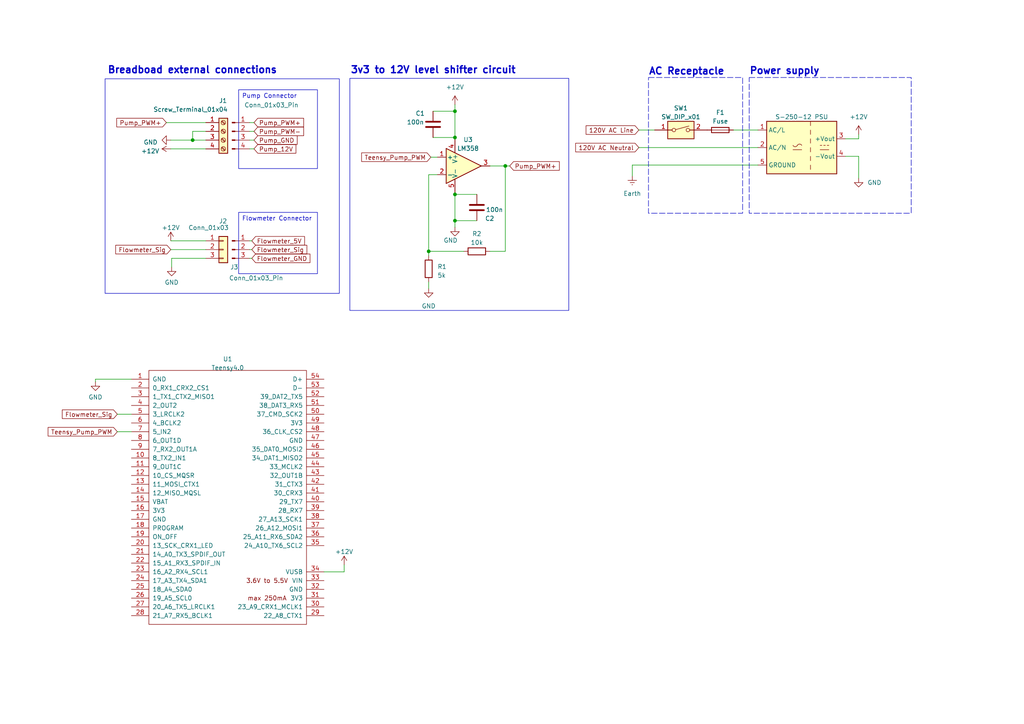
<source format=kicad_sch>
(kicad_sch (version 20230121) (generator eeschema)
  (paper "A4")
  (lib_symbols
    (symbol "Connector:Conn_01x03_Pin" (pin_names (offset 1.016) hide)
      (property "Reference" "J" (at 0 5.08 0))
      (property "Value" "Conn_01x03_Pin" (at 0 -5.08 0))
      (symbol "Conn_01x03_Pin_1_1"
        (polyline (pts (xy 1.27 -2.54) (xy 0.8636 -2.54)) (stroke (width 0.1524)))
        (polyline (pts (xy 1.27 0) (xy 0.8636 0)) (stroke (width 0.1524)))
        (polyline (pts (xy 1.27 2.54) (xy 0.8636 2.54)) (stroke (width 0.1524)))
        (rectangle (start 0.8636 -2.413) (end 0 -2.667) (stroke (width 0.1524)) (fill (type outline)))
        (rectangle (start 0.8636 0.127) (end 0 -0.127) (stroke (width 0.1524)) (fill (type outline)))
        (rectangle (start 0.8636 2.667) (end 0 2.413) (stroke (width 0.1524)) (fill (type outline)))
        (pin passive line (at 5.08 2.54 180) (length 3.81) (name "Pin_1") (number "1"))
        (pin passive line (at 5.08 0 180) (length 3.81) (name "Pin_2") (number "2"))
        (pin passive line (at 5.08 -2.54 180) (length 3.81) (name "Pin_3") (number "3"))
      )
    )
    (symbol "Connector:Conn_01x04_Pin" (pin_names (offset 1.016) hide)
      (property "Reference" "J" (at 0 5.08 0))
      (property "Value" "Conn_01x04_Pin" (at 0 -7.62 0))
      (symbol "Conn_01x04_Pin_1_1"
        (polyline (pts (xy 1.27 -5.08) (xy 0.8636 -5.08)) (stroke (width 0.1524)))
        (polyline (pts (xy 1.27 -2.54) (xy 0.8636 -2.54)) (stroke (width 0.1524)))
        (polyline (pts (xy 1.27 0) (xy 0.8636 0)) (stroke (width 0.1524)))
        (polyline (pts (xy 1.27 2.54) (xy 0.8636 2.54)) (stroke (width 0.1524)))
        (rectangle (start 0.8636 -4.953) (end 0 -5.207) (stroke (width 0.1524)) (fill (type outline)))
        (rectangle (start 0.8636 -2.413) (end 0 -2.667) (stroke (width 0.1524)) (fill (type outline)))
        (rectangle (start 0.8636 0.127) (end 0 -0.127) (stroke (width 0.1524)) (fill (type outline)))
        (rectangle (start 0.8636 2.667) (end 0 2.413) (stroke (width 0.1524)) (fill (type outline)))
        (pin passive line (at 5.08 2.54 180) (length 3.81) (name "Pin_1") (number "1"))
        (pin passive line (at 5.08 0 180) (length 3.81) (name "Pin_2") (number "2"))
        (pin passive line (at 5.08 -2.54 180) (length 3.81) (name "Pin_3") (number "3"))
        (pin passive line (at 5.08 -5.08 180) (length 3.81) (name "Pin_4") (number "4"))
      )
    )
    (symbol "Connector:Screw_Terminal_01x04" (pin_names (offset 1.016) hide)
      (property "Reference" "J" (at 0 5.08 0))
      (property "Value" "Screw_Terminal_01x04" (at 0 -7.62 0))
      (symbol "Screw_Terminal_01x04_1_1"
        (rectangle (start -1.27 3.81) (end 1.27 -6.35) (stroke (width 0.254)) (fill (type background)))
        (circle (center 0 -5.08) (radius 0.635) (stroke (width 0.1524)))
        (circle (center 0 -2.54) (radius 0.635) (stroke (width 0.1524)))
        (polyline (pts (xy -0.5334 -4.7498) (xy 0.3302 -5.588)) (stroke (width 0.1524)))
        (polyline (pts (xy -0.5334 -2.2098) (xy 0.3302 -3.048)) (stroke (width 0.1524)))
        (polyline (pts (xy -0.5334 0.3302) (xy 0.3302 -0.508)) (stroke (width 0.1524)))
        (polyline (pts (xy -0.5334 2.8702) (xy 0.3302 2.032)) (stroke (width 0.1524)))
        (polyline (pts (xy -0.3556 -4.572) (xy 0.508 -5.4102)) (stroke (width 0.1524)))
        (polyline (pts (xy -0.3556 -2.032) (xy 0.508 -2.8702)) (stroke (width 0.1524)))
        (polyline (pts (xy -0.3556 0.508) (xy 0.508 -0.3302)) (stroke (width 0.1524)))
        (polyline (pts (xy -0.3556 3.048) (xy 0.508 2.2098)) (stroke (width 0.1524)))
        (circle (center 0 0) (radius 0.635) (stroke (width 0.1524)))
        (circle (center 0 2.54) (radius 0.635) (stroke (width 0.1524)))
        (pin passive line (at -5.08 2.54 0) (length 3.81) (name "Pin_1") (number "1"))
        (pin passive line (at -5.08 0 0) (length 3.81) (name "Pin_2") (number "2"))
        (pin passive line (at -5.08 -2.54 0) (length 3.81) (name "Pin_3") (number "3"))
        (pin passive line (at -5.08 -5.08 0) (length 3.81) (name "Pin_4") (number "4"))
      )
    )
    (symbol "Connector_Generic:Conn_01x03" (pin_names (offset 1.016) hide)
      (property "Reference" "J" (at 0 5.08 0))
      (property "Value" "Conn_01x03" (at 0 -5.08 0))
      (symbol "Conn_01x03_1_1"
        (rectangle (start -1.27 -2.413) (end 0 -2.667) (stroke (width 0.1524)))
        (rectangle (start -1.27 0.127) (end 0 -0.127) (stroke (width 0.1524)))
        (rectangle (start -1.27 2.667) (end 0 2.413) (stroke (width 0.1524)))
        (rectangle (start -1.27 3.81) (end 1.27 -3.81) (stroke (width 0.254)) (fill (type background)))
        (pin passive line (at -5.08 2.54 0) (length 3.81) (name "Pin_1") (number "1"))
        (pin passive line (at -5.08 0 0) (length 3.81) (name "Pin_2") (number "2"))
        (pin passive line (at -5.08 -2.54 0) (length 3.81) (name "Pin_3") (number "3"))
      )
    )
    (symbol "Converter_ACDC:IRM-60-12"
      (property "Value" "Meanwell " (at 0 9.525 0))
      (symbol "IRM-60-12_1_1"
        (rectangle (start -12.7 7.62) (end 7.62 -7.62) (stroke (width 0.254)) (fill (type background)))
        (arc (start -5.08 0.635) (mid -4.445 0.2495) (end -3.81 0.635))
        (arc (start -2.54 0.635) (mid -3.175 1.0072) (end -3.81 0.635))
        (polyline (pts (xy -5.08 -0.635) (xy -2.54 -0.635)))
        (polyline (pts (xy 0 -5.08) (xy 0 -6.35)))
        (polyline (pts (xy 0 -2.54) (xy 0 -3.81)))
        (polyline (pts (xy 0 0) (xy 0 -1.27)))
        (polyline (pts (xy 0 2.54) (xy 0 1.27)))
        (polyline (pts (xy 0 5.08) (xy 0 3.81)))
        (polyline (pts (xy 0 7.62) (xy 0 6.35)))
        (polyline (pts (xy 2.794 -0.635) (xy 5.334 -0.635)))
        (polyline (pts (xy 2.794 0.635) (xy 3.302 0.635)))
        (polyline (pts (xy 3.81 0.635) (xy 4.318 0.635)))
        (polyline (pts (xy 4.826 0.635) (xy 5.334 0.635)))
        (pin power_in line (at -15.24 5.08 0) (length 2.54) (name "AC/L") (number "1"))
        (pin power_in line (at -15.24 0 0) (length 2.54) (name "AC/N") (number "2"))
        (pin power_out line (at 10.16 2.54 180) (length 2.54) (name "+Vout") (number "3"))
        (pin power_out line (at 10.16 -2.54 180) (length 2.54) (name "-Vout") (number "4"))
        (pin power_in line (at -15.24 -5.08 0) (length 2.54) (name "GROUND") (number "5"))
      )
    )
    (symbol "Device:C" (pin_numbers hide) (pin_names (offset 0.254))
      (property "Reference" "C" (at 0.635 2.54 0))
      (property "Value" "C" (at 0.635 -2.54 0))
      (symbol "C_0_1"
        (polyline (pts (xy -2.032 -0.762) (xy 2.032 -0.762)) (stroke (width 0.508)))
        (polyline (pts (xy -2.032 0.762) (xy 2.032 0.762)) (stroke (width 0.508)))
      )
      (symbol "C_1_1"
        (pin passive line (at 0 3.81 270) (length 2.794) (name "~") (number "1"))
        (pin passive line (at 0 -3.81 90) (length 2.794) (name "~") (number "2"))
      )
    )
    (symbol "Device:Fuse" (pin_numbers hide) (pin_names (offset 0))
      (property "Reference" "F" (at 2.032 0 90))
      (property "Value" "Fuse" (at -1.905 0 90))
      (symbol "Fuse_0_1"
        (rectangle (start -0.762 -2.54) (end 0.762 2.54) (stroke (width 0.254)))
        (polyline (pts (xy 0 2.54) (xy 0 -2.54)))
      )
      (symbol "Fuse_1_1"
        (pin passive line (at 0 3.81 270) (length 1.27) (name "~") (number "1"))
        (pin passive line (at 0 -3.81 90) (length 1.27) (name "~") (number "2"))
      )
    )
    (symbol "Device:R" (pin_numbers hide) (pin_names (offset 0))
      (property "Reference" "R" (at 2.032 0 90))
      (property "Value" "R" (at 0 0 90))
      (symbol "R_0_1"
        (rectangle (start -1.016 -2.54) (end 1.016 2.54) (stroke (width 0.254)))
      )
      (symbol "R_1_1"
        (pin passive line (at 0 3.81 270) (length 1.27) (name "~") (number "1"))
        (pin passive line (at 0 -3.81 90) (length 1.27) (name "~") (number "2"))
      )
    )
    (symbol "Simulation_SPICE:OPAMP" (pin_names (offset 0.254))
      (property "Reference" "U" (at 3.81 3.175 0))
      (property "Value" "${SIM.PARAMS}" (at 3.81 -3.175 0))
      (symbol "OPAMP_0_1"
        (polyline (pts (xy 5.08 0) (xy -5.08 5.08) (xy -5.08 -5.08) (xy 5.08 0)) (stroke (width 0.254)) (fill (type background)))
      )
      (symbol "OPAMP_1_1"
        (pin input line (at -7.62 2.54 0) (length 2.54) (name "+") (number "1"))
        (pin input line (at -7.62 -2.54 0) (length 2.54) (name "-") (number "2"))
        (pin output line (at 7.62 0 180) (length 2.54) (name "~") (number "3"))
        (pin power_in line (at -2.54 7.62 270) (length 3.81) (name "V+") (number "4"))
        (pin power_in line (at -2.54 -7.62 90) (length 3.81) (name "V-") (number "5"))
      )
    )
    (symbol "Switch:SW_DIP_x01" (pin_names (offset 0) hide)
      (property "Reference" "SW" (at 0 3.81 0))
      (property "Value" "SW_DIP_x01" (at 0 -3.81 0))
      (symbol "SW_DIP_x01_0_0"
        (circle (center -2.032 0) (radius 0.508))
        (polyline (pts (xy -1.524 0.127) (xy 2.3622 1.1684)))
        (circle (center 2.032 0) (radius 0.508))
      )
      (symbol "SW_DIP_x01_0_1"
        (rectangle (start -3.81 2.54) (end 3.81 -2.54) (stroke (width 0.254)) (fill (type background)))
      )
      (symbol "SW_DIP_x01_1_1"
        (pin passive line (at -7.62 0 0) (length 5.08) (name "~") (number "1"))
        (pin passive line (at 7.62 0 180) (length 5.08) (name "~") (number "2"))
      )
    )
    (symbol "power:+12V" (power) (pin_names (offset 0))
      (property "Value" "+12V" (at 0 3.556 0))
      (symbol "+12V_0_1"
        (polyline (pts (xy -0.762 1.27) (xy 0 2.54)))
        (polyline (pts (xy 0 0) (xy 0 2.54)))
        (polyline (pts (xy 0 2.54) (xy 0.762 1.27)))
      )
      (symbol "+12V_1_1"
        (pin power_in line (at 0 0 90) (length 0) hide (name "+12V") (number "1"))
      )
    )
    (symbol "power:Earth" (power) (pin_names (offset 0))
      (symbol "Earth_0_1"
        (polyline (pts (xy -0.635 -1.905) (xy 0.635 -1.905)))
        (polyline (pts (xy -0.127 -2.54) (xy 0.127 -2.54)))
        (polyline (pts (xy 0 -1.27) (xy 0 0)))
        (polyline (pts (xy 1.27 -1.27) (xy -1.27 -1.27)))
      )
      (symbol "Earth_1_1"
        (pin power_in line (at 0 0 270) (length 0) hide (name "Earth") (number "1"))
      )
    )
    (symbol "power:GND" (power) (pin_names (offset 0))
      (property "Value" "GND" (at 0 -3.81 0))
      (symbol "GND_0_1"
        (polyline (pts (xy 0 0) (xy 0 -1.27) (xy 1.27 -1.27) (xy 0 -2.54) (xy -1.27 -1.27) (xy 0 -1.27)))
      )
      (symbol "GND_1_1"
        (pin power_in line (at 0 0 270) (length 0) hide (name "GND") (number "1"))
      )
    )
    (symbol "teensy_library:Teensy4.0" (pin_names (offset 1.016))
      (property "Reference" "U" (at 0 39.37 0))
      (property "Value" "Teensy4.0" (at 0 -39.37 0))
      (symbol "Teensy4.0_0_0"
        (text "3.6V to 5.5V" (at 11.43 -24.13 0) (effects (font (size 1.27 1.27))))
        (text "max 250mA" (at 11.43 -29.21 0) (effects (font (size 1.27 1.27))))
        (pin bidirectional line (at -27.94 11.43 0) (length 5.08) (name "8_TX2_IN1") (number "10"))
        (pin bidirectional line (at -27.94 8.89 0) (length 5.08) (name "9_OUT1C") (number "11"))
        (pin bidirectional line (at -27.94 6.35 0) (length 5.08) (name "10_CS_MQSR") (number "12"))
        (pin bidirectional line (at -27.94 3.81 0) (length 5.08) (name "11_MOSI_CTX1") (number "13"))
        (pin bidirectional line (at -27.94 1.27 0) (length 5.08) (name "12_MISO_MQSL") (number "14"))
        (pin power_in line (at -27.94 -1.27 0) (length 5.08) (name "VBAT") (number "15"))
        (pin power_in line (at -27.94 -3.81 0) (length 5.08) (name "3V3") (number "16"))
        (pin power_in line (at -27.94 -6.35 0) (length 5.08) (name "GND") (number "17"))
        (pin input line (at -27.94 -8.89 0) (length 5.08) (name "PROGRAM") (number "18"))
        (pin input line (at -27.94 -11.43 0) (length 5.08) (name "ON_OFF") (number "19"))
        (pin bidirectional line (at -27.94 -13.97 0) (length 5.08) (name "13_SCK_CRX1_LED") (number "20"))
        (pin bidirectional line (at -27.94 -16.51 0) (length 5.08) (name "14_A0_TX3_SPDIF_OUT") (number "21"))
        (pin bidirectional line (at -27.94 -19.05 0) (length 5.08) (name "15_A1_RX3_SPDIF_IN") (number "22"))
        (pin bidirectional line (at -27.94 -21.59 0) (length 5.08) (name "16_A2_RX4_SCL1") (number "23"))
        (pin bidirectional line (at -27.94 -24.13 0) (length 5.08) (name "17_A3_TX4_SDA1") (number "24"))
        (pin bidirectional line (at -27.94 -26.67 0) (length 5.08) (name "18_A4_SDA0") (number "25"))
        (pin bidirectional line (at -27.94 -29.21 0) (length 5.08) (name "19_A5_SCL0") (number "26"))
        (pin bidirectional line (at -27.94 -31.75 0) (length 5.08) (name "20_A6_TX5_LRCLK1") (number "27"))
        (pin bidirectional line (at -27.94 -34.29 0) (length 5.08) (name "21_A7_RX5_BCLK1") (number "28"))
        (pin bidirectional line (at 27.94 -34.29 180) (length 5.08) (name "22_A8_CTX1") (number "29"))
        (pin bidirectional line (at 27.94 -31.75 180) (length 5.08) (name "23_A9_CRX1_MCLK1") (number "30"))
        (pin power_out line (at 27.94 -29.21 180) (length 5.08) (name "3V3") (number "31"))
        (pin power_in line (at 27.94 -26.67 180) (length 5.08) (name "GND") (number "32"))
        (pin power_in line (at 27.94 -24.13 180) (length 5.08) (name "VIN") (number "33"))
        (pin power_out line (at 27.94 -21.59 180) (length 5.08) (name "VUSB") (number "34"))
        (pin bidirectional line (at 27.94 -13.97 180) (length 5.08) (name "24_A10_TX6_SCL2") (number "35"))
        (pin bidirectional line (at 27.94 -11.43 180) (length 5.08) (name "25_A11_RX6_SDA2") (number "36"))
        (pin bidirectional line (at 27.94 -8.89 180) (length 5.08) (name "26_A12_MOSI1") (number "37"))
        (pin bidirectional line (at 27.94 -6.35 180) (length 5.08) (name "27_A13_SCK1") (number "38"))
        (pin bidirectional line (at 27.94 -3.81 180) (length 5.08) (name "28_RX7") (number "39"))
        (pin bidirectional line (at 27.94 -1.27 180) (length 5.08) (name "29_TX7") (number "40"))
        (pin bidirectional line (at 27.94 1.27 180) (length 5.08) (name "30_CRX3") (number "41"))
        (pin bidirectional line (at 27.94 3.81 180) (length 5.08) (name "31_CTX3") (number "42"))
        (pin bidirectional line (at 27.94 6.35 180) (length 5.08) (name "32_OUT1B") (number "43"))
        (pin bidirectional line (at 27.94 8.89 180) (length 5.08) (name "33_MCLK2") (number "44"))
        (pin bidirectional line (at 27.94 11.43 180) (length 5.08) (name "34_DAT1_MISO2") (number "45"))
        (pin bidirectional line (at 27.94 13.97 180) (length 5.08) (name "35_DAT0_MOSI2") (number "46"))
        (pin power_out line (at 27.94 16.51 180) (length 5.08) (name "GND") (number "47"))
        (pin bidirectional line (at 27.94 19.05 180) (length 5.08) (name "36_CLK_CS2") (number "48"))
        (pin power_out line (at 27.94 21.59 180) (length 5.08) (name "3V3") (number "49"))
        (pin bidirectional line (at -27.94 24.13 0) (length 5.08) (name "3_LRCLK2") (number "5"))
        (pin bidirectional line (at 27.94 24.13 180) (length 5.08) (name "37_CMD_SCK2") (number "50"))
        (pin bidirectional line (at 27.94 26.67 180) (length 5.08) (name "38_DAT3_RX5") (number "51"))
        (pin bidirectional line (at 27.94 29.21 180) (length 5.08) (name "39_DAT2_TX5") (number "52"))
        (pin bidirectional line (at 27.94 31.75 180) (length 5.08) (name "D-") (number "53"))
        (pin bidirectional line (at 27.94 34.29 180) (length 5.08) (name "D+") (number "54"))
        (pin bidirectional line (at -27.94 21.59 0) (length 5.08) (name "4_BCLK2") (number "6"))
        (pin bidirectional line (at -27.94 19.05 0) (length 5.08) (name "5_IN2") (number "7"))
        (pin bidirectional line (at -27.94 16.51 0) (length 5.08) (name "6_OUT1D") (number "8"))
        (pin bidirectional line (at -27.94 13.97 0) (length 5.08) (name "7_RX2_OUT1A") (number "9"))
      )
      (symbol "Teensy4.0_0_1"
        (rectangle (start -22.86 36.83) (end 22.86 -36.83))
        (rectangle (start -20.32 -31.75) (end -20.32 -31.75))
      )
      (symbol "Teensy4.0_1_1"
        (pin power_in line (at -27.94 34.29 0) (length 5.08) (name "GND") (number "1"))
        (pin bidirectional line (at -27.94 31.75 0) (length 5.08) (name "0_RX1_CRX2_CS1") (number "2"))
        (pin bidirectional line (at -27.94 29.21 0) (length 5.08) (name "1_TX1_CTX2_MISO1") (number "3"))
        (pin bidirectional line (at -27.94 26.67 0) (length 5.08) (name "2_OUT2") (number "4"))
      )
    )
  )
  (junction (at 131.953 39.878))
  (junction (at 131.953 64.008))
  (junction (at 124.333 72.898))
  (junction (at 131.953 56.388))
  (junction (at 55.88 40.64))
  (junction (at 146.558 48.133))
  (junction (at 131.953 32.258))
  (wire (pts (xy 49.784 74.93) (xy 49.784 77.47)))
  (wire (pts (xy 146.558 48.133) (xy 147.828 48.133)))
  (wire (pts (xy 125.603 32.258) (xy 131.953 32.258)))
  (wire (pts (xy 138.303 56.388) (xy 131.953 56.388)))
  (wire (pts (xy 124.333 50.673) (xy 124.333 72.898)))
  (wire (pts (xy 49.53 40.64) (xy 55.88 40.64)))
  (wire (pts (xy 55.88 38.1) (xy 55.88 40.64)))
  (wire (pts (xy 131.953 39.878) (xy 131.953 40.513)))
  (wire (pts (xy 99.822 165.862) (xy 99.822 163.83)))
  (wire (pts (xy 124.333 50.673) (xy 126.873 50.673)))
  (wire (pts (xy 55.88 38.1) (xy 59.69 38.1)))
  (wire (pts (xy 245.237 45.339) (xy 249.047 45.339)))
  (wire (pts (xy 131.953 30.353) (xy 131.953 32.258)))
  (wire (pts (xy 124.968 45.593) (xy 126.873 45.593)))
  (wire (pts (xy 49.784 74.93) (xy 59.69 74.93)))
  (wire (pts (xy 183.388 47.879) (xy 183.388 51.054)))
  (wire (pts (xy 34.036 120.142) (xy 38.1 120.142)))
  (wire (pts (xy 125.603 39.878) (xy 131.953 39.878)))
  (wire (pts (xy 124.333 72.898) (xy 134.493 72.898)))
  (wire (pts (xy 72.39 40.64) (xy 73.66 40.64)))
  (wire (pts (xy 124.333 72.898) (xy 124.333 74.168)))
  (wire (pts (xy 49.53 43.18) (xy 59.69 43.18)))
  (wire (pts (xy 34.036 125.222) (xy 38.1 125.222)))
  (wire (pts (xy 55.88 40.64) (xy 59.69 40.64)))
  (wire (pts (xy 131.953 55.753) (xy 131.953 56.388)))
  (wire (pts (xy 249.047 45.339) (xy 249.047 51.689)))
  (wire (pts (xy 131.953 56.388) (xy 131.953 64.008)))
  (wire (pts (xy 131.953 64.008) (xy 131.953 65.913)))
  (wire (pts (xy 185.293 42.799) (xy 219.837 42.799)))
  (wire (pts (xy 138.303 64.008) (xy 131.953 64.008)))
  (wire (pts (xy 212.725 37.719) (xy 219.837 37.719)))
  (wire (pts (xy 72.39 69.85) (xy 73.025 69.85)))
  (wire (pts (xy 38.1 109.982) (xy 27.686 109.982)))
  (wire (pts (xy 72.39 35.56) (xy 73.66 35.56)))
  (wire (pts (xy 72.39 38.1) (xy 73.66 38.1)))
  (wire (pts (xy 249.047 40.259) (xy 245.237 40.259)))
  (wire (pts (xy 72.39 74.93) (xy 73.025 74.93)))
  (wire (pts (xy 142.113 48.133) (xy 146.558 48.133)))
  (wire (pts (xy 146.558 48.133) (xy 146.558 72.898)))
  (wire (pts (xy 48.26 35.56) (xy 59.69 35.56)))
  (wire (pts (xy 72.39 43.18) (xy 73.66 43.18)))
  (wire (pts (xy 27.686 109.982) (xy 27.686 110.744)))
  (wire (pts (xy 142.113 72.898) (xy 146.558 72.898)))
  (wire (pts (xy 49.53 72.39) (xy 59.69 72.39)))
  (wire (pts (xy 249.047 38.989) (xy 249.047 40.259)))
  (wire (pts (xy 183.388 47.879) (xy 219.837 47.879)))
  (wire (pts (xy 49.53 69.85) (xy 59.69 69.85)))
  (wire (pts (xy 124.333 81.788) (xy 124.333 83.693)))
  (wire (pts (xy 72.39 72.39) (xy 73.025 72.39)))
  (wire (pts (xy 185.293 37.719) (xy 189.865 37.719)))
  (wire (pts (xy 93.98 165.862) (xy 99.822 165.862)))
  (wire (pts (xy 131.953 32.258) (xy 131.953 39.878)))
  (rectangle (start 188.087 22.479) (end 215.392 61.849) (stroke (width 0) (type dash)))
  (rectangle (start 30.48 22.86) (end 98.425 85.09))
  (rectangle (start 217.297 22.479) (end 264.287 61.849) (stroke (width 0) (type dash)))
  (text_box "" (at 101.473 22.733 0) (size 63.5 67.31) (effects (font (size 1.27 1.27)) (justify left top)))
  (text_box "Flowmeter Connector" (at 69.215 61.595 0) (size 22.86 17.78) (effects (font (size 1.27 1.27)) (justify left top)))
  (text_box "Pump Connector" (at 69.215 26.035 0) (size 22.86 22.86) (effects (font (size 1.27 1.27)) (justify left top)))
  (text "Breadboad external connections" (at 31.115 21.59 0) (effects (font (size 2 2) (thickness 0.4) bold) (justify left bottom)))
  (text "AC Receptacle" (at 188.087 21.971 0) (effects (font (size 2 2) (thickness 0.4) bold) (justify left bottom)))
  (text "Power supply" (at 217.297 21.844 0) (effects (font (size 2 2) (thickness 0.4) bold) (justify left bottom)))
  (text "3v3 to 12V level shifter circuit" (at 101.6 21.59 0) (effects (font (size 2 2) (thickness 0.4) bold) (justify left bottom)))
  (global_label "Teensy_Pump_PWM" (shape input) (at 34.036 125.222 180) (property "Intersheetrefs" "${INTERSHEET_REFS}" (effects hide)))
  (global_label "Flowmeter_Sig" (shape input) (at 73.025 72.39 0) (property "Intersheetrefs" "${INTERSHEET_REFS}" (effects hide)))
  (global_label "Pump_PWM-" (shape input) (at 73.66 38.1 0) (property "Intersheetrefs" "${INTERSHEET_REFS}" (effects hide)))
  (global_label "Pump_PWM+" (shape input) (at 73.66 35.56 0) (property "Intersheetrefs" "${INTERSHEET_REFS}" (effects hide)))
  (global_label "120V AC Neutral" (shape input) (at 185.293 42.799 180) (property "Intersheetrefs" "${INTERSHEET_REFS}" (effects hide)))
  (global_label "Pump_PWM+" (shape input) (at 48.26 35.56 180) (property "Intersheetrefs" "${INTERSHEET_REFS}" (effects hide)))
  (global_label "Flowmeter_Sig" (shape input) (at 49.53 72.39 180) (property "Intersheetrefs" "${INTERSHEET_REFS}" (effects hide)))
  (global_label "Teensy_Pump_PWM" (shape input) (at 124.968 45.593 180) (property "Intersheetrefs" "${INTERSHEET_REFS}" (effects hide)))
  (global_label "Flowmeter_Sig" (shape input) (at 34.036 120.142 180) (property "Intersheetrefs" "${INTERSHEET_REFS}" (effects hide)))
  (global_label "Flowmeter_5V" (shape input) (at 73.025 69.85 0) (property "Intersheetrefs" "${INTERSHEET_REFS}" (effects hide)))
  (global_label "Pump_PWM+" (shape input) (at 147.828 48.133 0) (property "Intersheetrefs" "${INTERSHEET_REFS}" (effects hide)))
  (global_label "Flowmeter_GND" (shape input) (at 73.025 74.93 0) (property "Intersheetrefs" "${INTERSHEET_REFS}" (effects hide)))
  (global_label "Pump_GND" (shape input) (at 73.66 40.64 0) (property "Intersheetrefs" "${INTERSHEET_REFS}" (effects hide)))
  (global_label "Pump_12V" (shape input) (at 73.66 43.18 0) (property "Intersheetrefs" "${INTERSHEET_REFS}" (effects hide)))
  (global_label "120V AC Line" (shape input) (at 185.293 37.719 180) (property "Intersheetrefs" "${INTERSHEET_REFS}" (effects hide)))
  (symbol (lib_id "power:+12V") (at 249.047 38.989 0) (unit 1)
    (property "Reference" "#PWR08" (effects hide))
    (property "Value" "+12V" (at 249.047 33.909 0))
  )
  (symbol (lib_id "Connector_Generic:Conn_01x03") (at 64.77 72.39 0) (unit 1)
    (property "Reference" "J2" (at 63.5 64.135 0) (effects (justify left)))
    (property "Value" "Conn_01x03" (at 54.61 66.04 0) (effects (justify left)))
  )
  (symbol (lib_id "power:GND") (at 249.047 51.689 0) (unit 1)
    (property "Reference" "#PWR01" (effects hide))
    (property "Value" "GND" (at 251.587 52.959 0) (effects (justify left)))
  )
  (symbol (lib_id "Connector:Conn_01x04_Pin") (at 67.31 38.1 0) (unit 1)
    (property "Reference" "J5" (effects hide))
    (property "Value" "Conn_01x03_Pin" (at 78.74 30.48 0))
  )
  (symbol (lib_id "Connector:Screw_Terminal_01x04") (at 64.77 38.1 0) (unit 1)
    (property "Reference" "J1" (at 63.5 29.21 0) (effects (justify left)))
    (property "Value" "Screw_Terminal_01x04" (at 44.45 31.75 0) (effects (justify left)))
  )
  (symbol (lib_id "power:GND") (at 27.686 110.744 0) (unit 1)
    (property "Reference" "#PWR09" (effects hide))
    (property "Value" "GND" (at 27.686 115.189 0))
  )
  (symbol (lib_id "Connector:Conn_01x03_Pin") (at 67.31 72.39 0) (unit 1)
    (property "Reference" "J3" (at 67.945 77.47 0))
    (property "Value" "Conn_01x03_Pin" (at 74.295 80.645 0))
  )
  (symbol (lib_id "power:+12V") (at 49.53 43.18 90) (unit 1)
    (property "Reference" "#PWR010" (effects hide))
    (property "Value" "+12V" (at 46.228 43.815 90) (effects (justify left)))
  )
  (symbol (lib_id "power:GND") (at 49.53 40.64 270) (unit 1)
    (property "Reference" "#PWR04" (effects hide))
    (property "Value" "GND" (at 45.72 41.275 90) (effects (justify right)))
  )
  (symbol (lib_id "power:+12V") (at 131.953 30.353 0) (unit 1)
    (property "Reference" "#PWR06" (effects hide))
    (property "Value" "+12V" (at 131.953 25.273 0))
  )
  (symbol (lib_id "Device:R") (at 124.333 77.978 0) (unit 1)
    (property "Reference" "R1" (at 126.873 77.343 0) (effects (justify left)))
    (property "Value" "5k" (at 126.873 79.883 0) (effects (justify left)))
  )
  (symbol (lib_id "Device:R") (at 138.303 72.898 90) (unit 1)
    (property "Reference" "R2" (at 138.303 67.818 90))
    (property "Value" "10k" (at 138.303 70.358 90))
  )
  (symbol (lib_id "Device:Fuse") (at 208.915 37.719 90) (unit 1)
    (property "Reference" "F1" (at 208.915 32.639 90))
    (property "Value" "Fuse" (at 208.915 35.179 90))
  )
  (symbol (lib_id "power:GND") (at 49.784 77.47 0) (unit 1)
    (property "Reference" "#PWR05" (effects hide))
    (property "Value" "GND" (at 49.784 81.915 0))
  )
  (symbol (lib_id "Converter_ACDC:IRM-60-12") (at 235.077 42.799 0) (unit 1)
    (property "Reference" "PS1" (effects hide))
    (property "Value" "S-250-12 PSU" (at 232.537 33.909 0))
    (property "Footprint" "Converter_ACDC:Converter_ACDC_MeanWell_IRM-60-xx_THT" (effects hide))
    (property "Datasheet" "http://www.meanwellusa.com/productPdf.aspx?i=687" (effects hide))
  )
  (symbol (lib_id "power:GND") (at 124.333 83.693 0) (unit 1)
    (property "Reference" "#PWR02" (effects hide))
    (property "Value" "GND" (at 124.333 88.773 0))
  )
  (symbol (lib_id "Device:C") (at 125.603 36.068 0) (unit 1)
    (property "Reference" "C1" (at 120.523 32.893 0) (effects (justify left)))
    (property "Value" "100n" (at 117.983 35.433 0) (effects (justify left)))
  )
  (symbol (lib_id "Device:C") (at 138.303 60.198 180) (unit 1)
    (property "Reference" "C2" (at 143.383 63.373 0) (effects (justify left)))
    (property "Value" "100n" (at 145.923 60.833 0) (effects (justify left)))
  )
  (symbol (lib_id "power:+12V") (at 49.53 69.85 0) (unit 1)
    (property "Reference" "#PWR011" (effects hide))
    (property "Value" "+5V" (at 49.53 66.04 0))
  )
  (symbol (lib_id "teensy_library:Teensy4.0") (at 66.04 144.272 0) (unit 1)
    (property "Reference" "U1" (at 66.04 104.14 0))
    (property "Value" "Teensy4.0" (at 66.04 106.68 0))
  )
  (symbol (lib_id "power:+12V") (at 99.822 163.83 0) (unit 1)
    (property "Reference" "#PWR012" (effects hide))
    (property "Value" "+5V" (at 99.822 160.02 0))
  )
  (symbol (lib_id "power:GND") (at 131.953 65.913 0) (unit 1)
    (property "Reference" "#PWR03" (effects hide))
    (property "Value" "GND" (at 130.683 69.723 0))
  )
  (symbol (lib_id "Switch:SW_DIP_x01") (at 197.485 37.719 0) (unit 1)
    (property "Reference" "SW1" (at 197.485 31.369 0))
    (property "Value" "SW_DIP_x01" (at 197.485 33.909 0))
  )
  (symbol (lib_id "power:Earth") (at 183.388 51.054 0) (unit 1)
    (property "Reference" "#PWR07" (effects hide))
    (property "Value" "Earth" (at 183.388 56.134 0))
  )
  (symbol (lib_id "Simulation_SPICE:OPAMP") (at 134.493 48.133 0) (unit 1)
    (property "Reference" "U3" (at 135.763 40.513 0))
    (property "Value" "LM358" (at 135.763 43.053 0))
    (property "Sim.Pins" "1=1 2=2 3=3 4=4 5=5" (effects hide))
    (property "Sim.Device" "SPICE" (effects hide))
    (property "Sim.Params" "type=\"X\" model=\"OPAMP\" lib=\"\"" (effects hide))
  )
)
</source>
